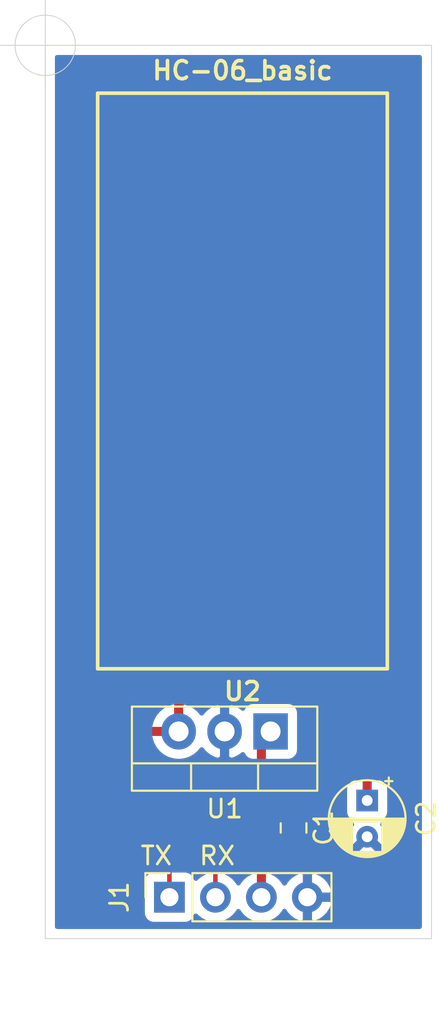
<source format=kicad_pcb>
(kicad_pcb (version 20171130) (host pcbnew "(5.1.0)-1")

  (general
    (thickness 1.6)
    (drawings 6)
    (tracks 28)
    (zones 0)
    (modules 5)
    (nets 8)
  )

  (page A4)
  (layers
    (0 F.Cu signal)
    (31 B.Cu signal)
    (32 B.Adhes user)
    (33 F.Adhes user)
    (34 B.Paste user)
    (35 F.Paste user)
    (36 B.SilkS user)
    (37 F.SilkS user)
    (38 B.Mask user)
    (39 F.Mask user)
    (40 Dwgs.User user)
    (41 Cmts.User user)
    (42 Eco1.User user)
    (43 Eco2.User user)
    (44 Edge.Cuts user)
    (45 Margin user)
    (46 B.CrtYd user)
    (47 F.CrtYd user)
    (48 B.Fab user)
    (49 F.Fab user)
  )

  (setup
    (last_trace_width 0.25)
    (user_trace_width 0.5)
    (trace_clearance 0.2)
    (zone_clearance 0.508)
    (zone_45_only no)
    (trace_min 0.2)
    (via_size 0.8)
    (via_drill 0.4)
    (via_min_size 0.4)
    (via_min_drill 0.3)
    (uvia_size 0.3)
    (uvia_drill 0.1)
    (uvias_allowed no)
    (uvia_min_size 0.2)
    (uvia_min_drill 0.1)
    (edge_width 0.05)
    (segment_width 0.2)
    (pcb_text_width 0.3)
    (pcb_text_size 1.5 1.5)
    (mod_edge_width 0.12)
    (mod_text_size 1 1)
    (mod_text_width 0.15)
    (pad_size 1.524 1.524)
    (pad_drill 0.762)
    (pad_to_mask_clearance 0.051)
    (solder_mask_min_width 0.25)
    (aux_axis_origin 0 0)
    (visible_elements 7FFFFFFF)
    (pcbplotparams
      (layerselection 0x010fc_ffffffff)
      (usegerberextensions false)
      (usegerberattributes false)
      (usegerberadvancedattributes false)
      (creategerberjobfile true)
      (excludeedgelayer true)
      (linewidth 0.100000)
      (plotframeref false)
      (viasonmask false)
      (mode 1)
      (useauxorigin false)
      (hpglpennumber 1)
      (hpglpenspeed 20)
      (hpglpendiameter 15.000000)
      (psnegative false)
      (psa4output false)
      (plotreference true)
      (plotvalue true)
      (plotinvisibletext false)
      (padsonsilk false)
      (subtractmaskfromsilk false)
      (outputformat 1)
      (mirror false)
      (drillshape 0)
      (scaleselection 1)
      (outputdirectory "BT_module_Gerbera/"))
  )

  (net 0 "")
  (net 1 "Net-(C1-Pad1)")
  (net 2 GND)
  (net 3 "Net-(C2-Pad1)")
  (net 4 "Net-(J1-Pad1)")
  (net 5 "Net-(J1-Pad2)")
  (net 6 "Net-(U2-Pad26)")
  (net 7 "Net-(U2-Pad24)")

  (net_class Default "To jest domyślna klasa połączeń."
    (clearance 0.2)
    (trace_width 0.25)
    (via_dia 0.8)
    (via_drill 0.4)
    (uvia_dia 0.3)
    (uvia_drill 0.1)
    (add_net GND)
    (add_net "Net-(C1-Pad1)")
    (add_net "Net-(C2-Pad1)")
    (add_net "Net-(J1-Pad1)")
    (add_net "Net-(J1-Pad2)")
    (add_net "Net-(U2-Pad24)")
    (add_net "Net-(U2-Pad26)")
  )

  (module Capacitor_SMD:C_0805_2012Metric_Pad1.15x1.40mm_HandSolder (layer F.Cu) (tedit 5B36C52B) (tstamp 5CA8211B)
    (at 133.096 93.971 270)
    (descr "Capacitor SMD 0805 (2012 Metric), square (rectangular) end terminal, IPC_7351 nominal with elongated pad for handsoldering. (Body size source: https://docs.google.com/spreadsheets/d/1BsfQQcO9C6DZCsRaXUlFlo91Tg2WpOkGARC1WS5S8t0/edit?usp=sharing), generated with kicad-footprint-generator")
    (tags "capacitor handsolder")
    (path /5CB0E12D)
    (attr smd)
    (fp_text reference C1 (at 0 -1.65 270) (layer F.SilkS)
      (effects (font (size 1 1) (thickness 0.15)))
    )
    (fp_text value 100n (at 0 1.65 270) (layer F.Fab)
      (effects (font (size 1 1) (thickness 0.15)))
    )
    (fp_line (start -1 0.6) (end -1 -0.6) (layer F.Fab) (width 0.1))
    (fp_line (start -1 -0.6) (end 1 -0.6) (layer F.Fab) (width 0.1))
    (fp_line (start 1 -0.6) (end 1 0.6) (layer F.Fab) (width 0.1))
    (fp_line (start 1 0.6) (end -1 0.6) (layer F.Fab) (width 0.1))
    (fp_line (start -0.261252 -0.71) (end 0.261252 -0.71) (layer F.SilkS) (width 0.12))
    (fp_line (start -0.261252 0.71) (end 0.261252 0.71) (layer F.SilkS) (width 0.12))
    (fp_line (start -1.85 0.95) (end -1.85 -0.95) (layer F.CrtYd) (width 0.05))
    (fp_line (start -1.85 -0.95) (end 1.85 -0.95) (layer F.CrtYd) (width 0.05))
    (fp_line (start 1.85 -0.95) (end 1.85 0.95) (layer F.CrtYd) (width 0.05))
    (fp_line (start 1.85 0.95) (end -1.85 0.95) (layer F.CrtYd) (width 0.05))
    (fp_text user %R (at 0 0 270) (layer F.Fab)
      (effects (font (size 0.5 0.5) (thickness 0.08)))
    )
    (pad 1 smd roundrect (at -1.025 0 270) (size 1.15 1.4) (layers F.Cu F.Paste F.Mask) (roundrect_rratio 0.217391)
      (net 1 "Net-(C1-Pad1)"))
    (pad 2 smd roundrect (at 1.025 0 270) (size 1.15 1.4) (layers F.Cu F.Paste F.Mask) (roundrect_rratio 0.217391)
      (net 2 GND))
    (model ${KISYS3DMOD}/Capacitor_SMD.3dshapes/C_0805_2012Metric.wrl
      (at (xyz 0 0 0))
      (scale (xyz 1 1 1))
      (rotate (xyz 0 0 0))
    )
  )

  (module Capacitor_THT:CP_Radial_D4.0mm_P2.00mm (layer F.Cu) (tedit 5AE50EF0) (tstamp 5CA82187)
    (at 137.16 92.456 270)
    (descr "CP, Radial series, Radial, pin pitch=2.00mm, , diameter=4mm, Electrolytic Capacitor")
    (tags "CP Radial series Radial pin pitch 2.00mm  diameter 4mm Electrolytic Capacitor")
    (path /5CB0F3A5)
    (fp_text reference C2 (at 1 -3.25 270) (layer F.SilkS)
      (effects (font (size 1 1) (thickness 0.15)))
    )
    (fp_text value CP (at 1 3.25 270) (layer F.Fab)
      (effects (font (size 1 1) (thickness 0.15)))
    )
    (fp_circle (center 1 0) (end 3 0) (layer F.Fab) (width 0.1))
    (fp_circle (center 1 0) (end 3.12 0) (layer F.SilkS) (width 0.12))
    (fp_circle (center 1 0) (end 3.25 0) (layer F.CrtYd) (width 0.05))
    (fp_line (start -0.702554 -0.8675) (end -0.302554 -0.8675) (layer F.Fab) (width 0.1))
    (fp_line (start -0.502554 -1.0675) (end -0.502554 -0.6675) (layer F.Fab) (width 0.1))
    (fp_line (start 1 -2.08) (end 1 2.08) (layer F.SilkS) (width 0.12))
    (fp_line (start 1.04 -2.08) (end 1.04 2.08) (layer F.SilkS) (width 0.12))
    (fp_line (start 1.08 -2.079) (end 1.08 2.079) (layer F.SilkS) (width 0.12))
    (fp_line (start 1.12 -2.077) (end 1.12 2.077) (layer F.SilkS) (width 0.12))
    (fp_line (start 1.16 -2.074) (end 1.16 2.074) (layer F.SilkS) (width 0.12))
    (fp_line (start 1.2 -2.071) (end 1.2 -0.84) (layer F.SilkS) (width 0.12))
    (fp_line (start 1.2 0.84) (end 1.2 2.071) (layer F.SilkS) (width 0.12))
    (fp_line (start 1.24 -2.067) (end 1.24 -0.84) (layer F.SilkS) (width 0.12))
    (fp_line (start 1.24 0.84) (end 1.24 2.067) (layer F.SilkS) (width 0.12))
    (fp_line (start 1.28 -2.062) (end 1.28 -0.84) (layer F.SilkS) (width 0.12))
    (fp_line (start 1.28 0.84) (end 1.28 2.062) (layer F.SilkS) (width 0.12))
    (fp_line (start 1.32 -2.056) (end 1.32 -0.84) (layer F.SilkS) (width 0.12))
    (fp_line (start 1.32 0.84) (end 1.32 2.056) (layer F.SilkS) (width 0.12))
    (fp_line (start 1.36 -2.05) (end 1.36 -0.84) (layer F.SilkS) (width 0.12))
    (fp_line (start 1.36 0.84) (end 1.36 2.05) (layer F.SilkS) (width 0.12))
    (fp_line (start 1.4 -2.042) (end 1.4 -0.84) (layer F.SilkS) (width 0.12))
    (fp_line (start 1.4 0.84) (end 1.4 2.042) (layer F.SilkS) (width 0.12))
    (fp_line (start 1.44 -2.034) (end 1.44 -0.84) (layer F.SilkS) (width 0.12))
    (fp_line (start 1.44 0.84) (end 1.44 2.034) (layer F.SilkS) (width 0.12))
    (fp_line (start 1.48 -2.025) (end 1.48 -0.84) (layer F.SilkS) (width 0.12))
    (fp_line (start 1.48 0.84) (end 1.48 2.025) (layer F.SilkS) (width 0.12))
    (fp_line (start 1.52 -2.016) (end 1.52 -0.84) (layer F.SilkS) (width 0.12))
    (fp_line (start 1.52 0.84) (end 1.52 2.016) (layer F.SilkS) (width 0.12))
    (fp_line (start 1.56 -2.005) (end 1.56 -0.84) (layer F.SilkS) (width 0.12))
    (fp_line (start 1.56 0.84) (end 1.56 2.005) (layer F.SilkS) (width 0.12))
    (fp_line (start 1.6 -1.994) (end 1.6 -0.84) (layer F.SilkS) (width 0.12))
    (fp_line (start 1.6 0.84) (end 1.6 1.994) (layer F.SilkS) (width 0.12))
    (fp_line (start 1.64 -1.982) (end 1.64 -0.84) (layer F.SilkS) (width 0.12))
    (fp_line (start 1.64 0.84) (end 1.64 1.982) (layer F.SilkS) (width 0.12))
    (fp_line (start 1.68 -1.968) (end 1.68 -0.84) (layer F.SilkS) (width 0.12))
    (fp_line (start 1.68 0.84) (end 1.68 1.968) (layer F.SilkS) (width 0.12))
    (fp_line (start 1.721 -1.954) (end 1.721 -0.84) (layer F.SilkS) (width 0.12))
    (fp_line (start 1.721 0.84) (end 1.721 1.954) (layer F.SilkS) (width 0.12))
    (fp_line (start 1.761 -1.94) (end 1.761 -0.84) (layer F.SilkS) (width 0.12))
    (fp_line (start 1.761 0.84) (end 1.761 1.94) (layer F.SilkS) (width 0.12))
    (fp_line (start 1.801 -1.924) (end 1.801 -0.84) (layer F.SilkS) (width 0.12))
    (fp_line (start 1.801 0.84) (end 1.801 1.924) (layer F.SilkS) (width 0.12))
    (fp_line (start 1.841 -1.907) (end 1.841 -0.84) (layer F.SilkS) (width 0.12))
    (fp_line (start 1.841 0.84) (end 1.841 1.907) (layer F.SilkS) (width 0.12))
    (fp_line (start 1.881 -1.889) (end 1.881 -0.84) (layer F.SilkS) (width 0.12))
    (fp_line (start 1.881 0.84) (end 1.881 1.889) (layer F.SilkS) (width 0.12))
    (fp_line (start 1.921 -1.87) (end 1.921 -0.84) (layer F.SilkS) (width 0.12))
    (fp_line (start 1.921 0.84) (end 1.921 1.87) (layer F.SilkS) (width 0.12))
    (fp_line (start 1.961 -1.851) (end 1.961 -0.84) (layer F.SilkS) (width 0.12))
    (fp_line (start 1.961 0.84) (end 1.961 1.851) (layer F.SilkS) (width 0.12))
    (fp_line (start 2.001 -1.83) (end 2.001 -0.84) (layer F.SilkS) (width 0.12))
    (fp_line (start 2.001 0.84) (end 2.001 1.83) (layer F.SilkS) (width 0.12))
    (fp_line (start 2.041 -1.808) (end 2.041 -0.84) (layer F.SilkS) (width 0.12))
    (fp_line (start 2.041 0.84) (end 2.041 1.808) (layer F.SilkS) (width 0.12))
    (fp_line (start 2.081 -1.785) (end 2.081 -0.84) (layer F.SilkS) (width 0.12))
    (fp_line (start 2.081 0.84) (end 2.081 1.785) (layer F.SilkS) (width 0.12))
    (fp_line (start 2.121 -1.76) (end 2.121 -0.84) (layer F.SilkS) (width 0.12))
    (fp_line (start 2.121 0.84) (end 2.121 1.76) (layer F.SilkS) (width 0.12))
    (fp_line (start 2.161 -1.735) (end 2.161 -0.84) (layer F.SilkS) (width 0.12))
    (fp_line (start 2.161 0.84) (end 2.161 1.735) (layer F.SilkS) (width 0.12))
    (fp_line (start 2.201 -1.708) (end 2.201 -0.84) (layer F.SilkS) (width 0.12))
    (fp_line (start 2.201 0.84) (end 2.201 1.708) (layer F.SilkS) (width 0.12))
    (fp_line (start 2.241 -1.68) (end 2.241 -0.84) (layer F.SilkS) (width 0.12))
    (fp_line (start 2.241 0.84) (end 2.241 1.68) (layer F.SilkS) (width 0.12))
    (fp_line (start 2.281 -1.65) (end 2.281 -0.84) (layer F.SilkS) (width 0.12))
    (fp_line (start 2.281 0.84) (end 2.281 1.65) (layer F.SilkS) (width 0.12))
    (fp_line (start 2.321 -1.619) (end 2.321 -0.84) (layer F.SilkS) (width 0.12))
    (fp_line (start 2.321 0.84) (end 2.321 1.619) (layer F.SilkS) (width 0.12))
    (fp_line (start 2.361 -1.587) (end 2.361 -0.84) (layer F.SilkS) (width 0.12))
    (fp_line (start 2.361 0.84) (end 2.361 1.587) (layer F.SilkS) (width 0.12))
    (fp_line (start 2.401 -1.552) (end 2.401 -0.84) (layer F.SilkS) (width 0.12))
    (fp_line (start 2.401 0.84) (end 2.401 1.552) (layer F.SilkS) (width 0.12))
    (fp_line (start 2.441 -1.516) (end 2.441 -0.84) (layer F.SilkS) (width 0.12))
    (fp_line (start 2.441 0.84) (end 2.441 1.516) (layer F.SilkS) (width 0.12))
    (fp_line (start 2.481 -1.478) (end 2.481 -0.84) (layer F.SilkS) (width 0.12))
    (fp_line (start 2.481 0.84) (end 2.481 1.478) (layer F.SilkS) (width 0.12))
    (fp_line (start 2.521 -1.438) (end 2.521 -0.84) (layer F.SilkS) (width 0.12))
    (fp_line (start 2.521 0.84) (end 2.521 1.438) (layer F.SilkS) (width 0.12))
    (fp_line (start 2.561 -1.396) (end 2.561 -0.84) (layer F.SilkS) (width 0.12))
    (fp_line (start 2.561 0.84) (end 2.561 1.396) (layer F.SilkS) (width 0.12))
    (fp_line (start 2.601 -1.351) (end 2.601 -0.84) (layer F.SilkS) (width 0.12))
    (fp_line (start 2.601 0.84) (end 2.601 1.351) (layer F.SilkS) (width 0.12))
    (fp_line (start 2.641 -1.304) (end 2.641 -0.84) (layer F.SilkS) (width 0.12))
    (fp_line (start 2.641 0.84) (end 2.641 1.304) (layer F.SilkS) (width 0.12))
    (fp_line (start 2.681 -1.254) (end 2.681 -0.84) (layer F.SilkS) (width 0.12))
    (fp_line (start 2.681 0.84) (end 2.681 1.254) (layer F.SilkS) (width 0.12))
    (fp_line (start 2.721 -1.2) (end 2.721 -0.84) (layer F.SilkS) (width 0.12))
    (fp_line (start 2.721 0.84) (end 2.721 1.2) (layer F.SilkS) (width 0.12))
    (fp_line (start 2.761 -1.142) (end 2.761 -0.84) (layer F.SilkS) (width 0.12))
    (fp_line (start 2.761 0.84) (end 2.761 1.142) (layer F.SilkS) (width 0.12))
    (fp_line (start 2.801 -1.08) (end 2.801 -0.84) (layer F.SilkS) (width 0.12))
    (fp_line (start 2.801 0.84) (end 2.801 1.08) (layer F.SilkS) (width 0.12))
    (fp_line (start 2.841 -1.013) (end 2.841 1.013) (layer F.SilkS) (width 0.12))
    (fp_line (start 2.881 -0.94) (end 2.881 0.94) (layer F.SilkS) (width 0.12))
    (fp_line (start 2.921 -0.859) (end 2.921 0.859) (layer F.SilkS) (width 0.12))
    (fp_line (start 2.961 -0.768) (end 2.961 0.768) (layer F.SilkS) (width 0.12))
    (fp_line (start 3.001 -0.664) (end 3.001 0.664) (layer F.SilkS) (width 0.12))
    (fp_line (start 3.041 -0.537) (end 3.041 0.537) (layer F.SilkS) (width 0.12))
    (fp_line (start 3.081 -0.37) (end 3.081 0.37) (layer F.SilkS) (width 0.12))
    (fp_line (start -1.269801 -1.195) (end -0.869801 -1.195) (layer F.SilkS) (width 0.12))
    (fp_line (start -1.069801 -1.395) (end -1.069801 -0.995) (layer F.SilkS) (width 0.12))
    (fp_text user %R (at 1 0 270) (layer F.Fab)
      (effects (font (size 0.8 0.8) (thickness 0.12)))
    )
    (pad 1 thru_hole rect (at 0 0 270) (size 1.2 1.2) (drill 0.6) (layers *.Cu *.Mask)
      (net 3 "Net-(C2-Pad1)"))
    (pad 2 thru_hole circle (at 2 0 270) (size 1.2 1.2) (drill 0.6) (layers *.Cu *.Mask)
      (net 2 GND))
    (model ${KISYS3DMOD}/Capacitor_THT.3dshapes/CP_Radial_D4.0mm_P2.00mm.wrl
      (at (xyz 0 0 0))
      (scale (xyz 1 1 1))
      (rotate (xyz 0 0 0))
    )
  )

  (module Connector_PinSocket_2.54mm:PinSocket_1x04_P2.54mm_Vertical (layer F.Cu) (tedit 5A19A429) (tstamp 5CA8219F)
    (at 126.238 97.79 90)
    (descr "Through hole straight socket strip, 1x04, 2.54mm pitch, single row (from Kicad 4.0.7), script generated")
    (tags "Through hole socket strip THT 1x04 2.54mm single row")
    (path /5CB0CA78)
    (fp_text reference J1 (at 0 -2.77 90) (layer F.SilkS)
      (effects (font (size 1 1) (thickness 0.15)))
    )
    (fp_text value "Goldpin connector" (at 0 10.39 90) (layer F.Fab)
      (effects (font (size 1 1) (thickness 0.15)))
    )
    (fp_line (start -1.27 -1.27) (end 0.635 -1.27) (layer F.Fab) (width 0.1))
    (fp_line (start 0.635 -1.27) (end 1.27 -0.635) (layer F.Fab) (width 0.1))
    (fp_line (start 1.27 -0.635) (end 1.27 8.89) (layer F.Fab) (width 0.1))
    (fp_line (start 1.27 8.89) (end -1.27 8.89) (layer F.Fab) (width 0.1))
    (fp_line (start -1.27 8.89) (end -1.27 -1.27) (layer F.Fab) (width 0.1))
    (fp_line (start -1.33 1.27) (end 1.33 1.27) (layer F.SilkS) (width 0.12))
    (fp_line (start -1.33 1.27) (end -1.33 8.95) (layer F.SilkS) (width 0.12))
    (fp_line (start -1.33 8.95) (end 1.33 8.95) (layer F.SilkS) (width 0.12))
    (fp_line (start 1.33 1.27) (end 1.33 8.95) (layer F.SilkS) (width 0.12))
    (fp_line (start 1.33 -1.33) (end 1.33 0) (layer F.SilkS) (width 0.12))
    (fp_line (start 0 -1.33) (end 1.33 -1.33) (layer F.SilkS) (width 0.12))
    (fp_line (start -1.8 -1.8) (end 1.75 -1.8) (layer F.CrtYd) (width 0.05))
    (fp_line (start 1.75 -1.8) (end 1.75 9.4) (layer F.CrtYd) (width 0.05))
    (fp_line (start 1.75 9.4) (end -1.8 9.4) (layer F.CrtYd) (width 0.05))
    (fp_line (start -1.8 9.4) (end -1.8 -1.8) (layer F.CrtYd) (width 0.05))
    (fp_text user %R (at 0 3.81 180) (layer F.Fab)
      (effects (font (size 1 1) (thickness 0.15)))
    )
    (pad 1 thru_hole rect (at 0 0 90) (size 1.7 1.7) (drill 1) (layers *.Cu *.Mask)
      (net 4 "Net-(J1-Pad1)"))
    (pad 2 thru_hole oval (at 0 2.54 90) (size 1.7 1.7) (drill 1) (layers *.Cu *.Mask)
      (net 5 "Net-(J1-Pad2)"))
    (pad 3 thru_hole oval (at 0 5.08 90) (size 1.7 1.7) (drill 1) (layers *.Cu *.Mask)
      (net 1 "Net-(C1-Pad1)"))
    (pad 4 thru_hole oval (at 0 7.62 90) (size 1.7 1.7) (drill 1) (layers *.Cu *.Mask)
      (net 2 GND))
    (model ${KISYS3DMOD}/Connector_PinSocket_2.54mm.3dshapes/PinSocket_1x04_P2.54mm_Vertical.wrl
      (at (xyz 0 0 0))
      (scale (xyz 1 1 1))
      (rotate (xyz 0 0 0))
    )
  )

  (module Package_TO_SOT_THT:TO-220-3_Vertical (layer F.Cu) (tedit 5AC8BA0D) (tstamp 5CA821B9)
    (at 131.826 88.646 180)
    (descr "TO-220-3, Vertical, RM 2.54mm, see https://www.vishay.com/docs/66542/to-220-1.pdf")
    (tags "TO-220-3 Vertical RM 2.54mm")
    (path /5CB0AE99)
    (fp_text reference U1 (at 2.54 -4.27 180) (layer F.SilkS)
      (effects (font (size 1 1) (thickness 0.15)))
    )
    (fp_text value LF33_TO220 (at 2.54 2.5 180) (layer F.Fab)
      (effects (font (size 1 1) (thickness 0.15)))
    )
    (fp_line (start -2.46 -3.15) (end -2.46 1.25) (layer F.Fab) (width 0.1))
    (fp_line (start -2.46 1.25) (end 7.54 1.25) (layer F.Fab) (width 0.1))
    (fp_line (start 7.54 1.25) (end 7.54 -3.15) (layer F.Fab) (width 0.1))
    (fp_line (start 7.54 -3.15) (end -2.46 -3.15) (layer F.Fab) (width 0.1))
    (fp_line (start -2.46 -1.88) (end 7.54 -1.88) (layer F.Fab) (width 0.1))
    (fp_line (start 0.69 -3.15) (end 0.69 -1.88) (layer F.Fab) (width 0.1))
    (fp_line (start 4.39 -3.15) (end 4.39 -1.88) (layer F.Fab) (width 0.1))
    (fp_line (start -2.58 -3.27) (end 7.66 -3.27) (layer F.SilkS) (width 0.12))
    (fp_line (start -2.58 1.371) (end 7.66 1.371) (layer F.SilkS) (width 0.12))
    (fp_line (start -2.58 -3.27) (end -2.58 1.371) (layer F.SilkS) (width 0.12))
    (fp_line (start 7.66 -3.27) (end 7.66 1.371) (layer F.SilkS) (width 0.12))
    (fp_line (start -2.58 -1.76) (end 7.66 -1.76) (layer F.SilkS) (width 0.12))
    (fp_line (start 0.69 -3.27) (end 0.69 -1.76) (layer F.SilkS) (width 0.12))
    (fp_line (start 4.391 -3.27) (end 4.391 -1.76) (layer F.SilkS) (width 0.12))
    (fp_line (start -2.71 -3.4) (end -2.71 1.51) (layer F.CrtYd) (width 0.05))
    (fp_line (start -2.71 1.51) (end 7.79 1.51) (layer F.CrtYd) (width 0.05))
    (fp_line (start 7.79 1.51) (end 7.79 -3.4) (layer F.CrtYd) (width 0.05))
    (fp_line (start 7.79 -3.4) (end -2.71 -3.4) (layer F.CrtYd) (width 0.05))
    (fp_text user %R (at 2.54 -4.27 180) (layer F.Fab)
      (effects (font (size 1 1) (thickness 0.15)))
    )
    (pad 1 thru_hole rect (at 0 0 180) (size 1.905 2) (drill 1.1) (layers *.Cu *.Mask)
      (net 1 "Net-(C1-Pad1)"))
    (pad 2 thru_hole oval (at 2.54 0 180) (size 1.905 2) (drill 1.1) (layers *.Cu *.Mask)
      (net 2 GND))
    (pad 3 thru_hole oval (at 5.08 0 180) (size 1.905 2) (drill 1.1) (layers *.Cu *.Mask)
      (net 3 "Net-(C2-Pad1)"))
    (model ${KISYS3DMOD}/Package_TO_SOT_THT.3dshapes/TO-220-3_Vertical.wrl
      (at (xyz 0 0 0))
      (scale (xyz 1 1 1))
      (rotate (xyz 0 0 0))
    )
  )

  (module My_Footprints:HC-05 (layer F.Cu) (tedit 5CA79EF3) (tstamp 5CA821EA)
    (at 130.274001 70.440001)
    (tags "HC-05, bluetooth")
    (path /5CB0A896)
    (fp_text reference U2 (at 0 16) (layer F.SilkS)
      (effects (font (size 1 1) (thickness 0.2)))
    )
    (fp_text value HC-06_basic (at 0 -18.25) (layer F.SilkS)
      (effects (font (size 1 1) (thickness 0.2)))
    )
    (fp_line (start 8 14.75) (end -8 14.75) (layer F.SilkS) (width 0.2))
    (fp_line (start 8 -17) (end 8 14.75) (layer F.SilkS) (width 0.2))
    (fp_line (start -8 -17) (end 8 -17) (layer F.SilkS) (width 0.2))
    (fp_line (start -8 14.75) (end -8 -17) (layer F.SilkS) (width 0.2))
    (fp_line (start 7 -16.25) (end -7 -16.25) (layer Dwgs.User) (width 0.2))
    (fp_line (start -7 13.25) (end -7 12.5) (layer Dwgs.User) (width 0.2))
    (fp_line (start -7 13.25) (end -6.25 13.25) (layer Dwgs.User) (width 0.2))
    (fp_line (start 7 13.25) (end 7 12.5) (layer Dwgs.User) (width 0.2))
    (fp_line (start 7 13.25) (end 6.25 13.25) (layer Dwgs.User) (width 0.2))
    (fp_line (start -7 -7.5) (end -7 -16.25) (layer Dwgs.User) (width 0.2))
    (fp_line (start 7 -16.25) (end 7 -7.5) (layer Dwgs.User) (width 0.2))
    (pad 34 smd rect (at 6.5 -6.5) (size 2 1) (layers F.Cu F.Paste F.Mask))
    (pad 33 smd rect (at 6.5 -5) (size 2 1) (layers F.Cu F.Paste F.Mask))
    (pad 32 smd rect (at 6.5 -3.5) (size 2 1) (layers F.Cu F.Paste F.Mask))
    (pad 31 smd rect (at 6.5 -2) (size 2 1) (layers F.Cu F.Paste F.Mask))
    (pad 30 smd rect (at 6.5 -0.5) (size 2 1) (layers F.Cu F.Paste F.Mask))
    (pad 29 smd rect (at 6.5 1) (size 2 1) (layers F.Cu F.Paste F.Mask))
    (pad 28 smd rect (at 6.5 2.5) (size 2 1) (layers F.Cu F.Paste F.Mask))
    (pad 27 smd rect (at 6.5 4) (size 2 1) (layers F.Cu F.Paste F.Mask))
    (pad 26 smd rect (at 6.5 5.5) (size 2 1) (layers F.Cu F.Paste F.Mask)
      (net 6 "Net-(U2-Pad26)"))
    (pad 25 smd rect (at 6.5 7) (size 2 1) (layers F.Cu F.Paste F.Mask))
    (pad 24 smd rect (at 6.5 8.5) (size 2 1) (layers F.Cu F.Paste F.Mask)
      (net 7 "Net-(U2-Pad24)"))
    (pad 23 smd rect (at 6.5 10) (size 2 1) (layers F.Cu F.Paste F.Mask))
    (pad 22 smd rect (at 6.5 11.5) (size 2 1) (layers F.Cu F.Paste F.Mask))
    (pad 13 smd rect (at -6.5 11.5 90) (size 1 2) (layers F.Cu F.Paste F.Mask)
      (net 2 GND))
    (pad 12 smd rect (at -6.5 10 90) (size 1 2) (layers F.Cu F.Paste F.Mask)
      (net 3 "Net-(C2-Pad1)"))
    (pad 11 smd rect (at -6.5 8.5 90) (size 1 2) (layers F.Cu F.Paste F.Mask))
    (pad 10 smd rect (at -6.5 7 90) (size 1 2) (layers F.Cu F.Paste F.Mask))
    (pad 9 smd rect (at -6.5 5.5 90) (size 1 2) (layers F.Cu F.Paste F.Mask))
    (pad 8 smd rect (at -6.5 4 90) (size 1 2) (layers F.Cu F.Paste F.Mask))
    (pad 7 smd rect (at -6.5 2.5 90) (size 1 2) (layers F.Cu F.Paste F.Mask))
    (pad 6 smd rect (at -6.5 1 90) (size 1 2) (layers F.Cu F.Paste F.Mask))
    (pad 5 smd rect (at -6.5 -0.5 90) (size 1 2) (layers F.Cu F.Paste F.Mask))
    (pad 4 smd rect (at -6.5 -2 90) (size 1 2) (layers F.Cu F.Paste F.Mask))
    (pad 3 smd rect (at -6.5 -3.5 90) (size 1 2) (layers F.Cu F.Paste F.Mask))
    (pad 2 smd rect (at -6.5 -5 90) (size 1 2) (layers F.Cu F.Paste F.Mask)
      (net 5 "Net-(J1-Pad2)"))
    (pad 1 smd rect (at -6.5 -6.5 90) (size 1 2) (layers F.Cu F.Paste F.Mask)
      (net 4 "Net-(J1-Pad1)"))
    (pad 21 smd rect (at 5.25 13.25) (size 1 1.8) (layers F.Cu F.Paste F.Mask))
    (pad 20 smd rect (at 3.75 13.25) (size 1 1.8) (layers F.Cu F.Paste F.Mask))
    (pad 19 smd rect (at 2.25 13.25) (size 1 1.8) (layers F.Cu F.Paste F.Mask))
    (pad 18 smd rect (at 0.75 13.25) (size 1 1.8) (layers F.Cu F.Paste F.Mask))
    (pad 17 smd rect (at -0.75 13.25) (size 1 1.8) (layers F.Cu F.Paste F.Mask))
    (pad 16 smd rect (at -2.25 13.25) (size 1 1.8) (layers F.Cu F.Paste F.Mask))
    (pad 15 smd rect (at -3.75 13.25) (size 1 1.8) (layers F.Cu F.Paste F.Mask))
    (pad 14 smd rect (at -5.25 13.25) (size 1 1.8) (layers F.Cu F.Paste F.Mask))
  )

  (gr_text "TX  RX" (at 127.254 95.504) (layer F.SilkS)
    (effects (font (size 1 1) (thickness 0.15)))
  )
  (target plus (at 119.38 50.8) (size 5) (width 0.05) (layer Edge.Cuts))
  (gr_line (start 140.716 50.8) (end 119.38 50.8) (layer Edge.Cuts) (width 0.05) (tstamp 5CA829EB))
  (gr_line (start 140.716 100.076) (end 140.716 50.8) (layer Edge.Cuts) (width 0.05))
  (gr_line (start 119.38 100.076) (end 140.716 100.076) (layer Edge.Cuts) (width 0.05))
  (gr_line (start 119.38 50.8) (end 119.38 100.076) (layer Edge.Cuts) (width 0.05))

  (segment (start 131.318 93.98) (end 131.318 97.79) (width 0.5) (layer F.Cu) (net 1))
  (segment (start 131.826 88.646) (end 131.318 89.154) (width 0.5) (layer F.Cu) (net 1))
  (segment (start 131.336 92.946) (end 131.318 92.964) (width 0.5) (layer F.Cu) (net 1))
  (segment (start 133.096 92.946) (end 131.336 92.946) (width 0.5) (layer F.Cu) (net 1))
  (segment (start 131.318 89.154) (end 131.318 92.964) (width 0.5) (layer F.Cu) (net 1))
  (segment (start 131.318 92.964) (end 131.318 93.98) (width 0.5) (layer F.Cu) (net 1))
  (segment (start 126.746 87.122) (end 126.746 88.646) (width 0.5) (layer F.Cu) (net 3))
  (segment (start 127.508 86.36) (end 126.746 87.122) (width 0.5) (layer F.Cu) (net 3))
  (segment (start 136.652 86.36) (end 127.508 86.36) (width 0.5) (layer F.Cu) (net 3))
  (segment (start 137.16 92.456) (end 137.16 86.868) (width 0.5) (layer F.Cu) (net 3))
  (segment (start 137.16 86.868) (end 136.652 86.36) (width 0.5) (layer F.Cu) (net 3))
  (segment (start 126.746 88.646) (end 124.206 88.646) (width 0.5) (layer F.Cu) (net 3))
  (segment (start 124.206 88.646) (end 121.158 85.598) (width 0.5) (layer F.Cu) (net 3))
  (segment (start 121.158 85.598) (end 121.158 81.026) (width 0.5) (layer F.Cu) (net 3))
  (segment (start 121.743999 80.440001) (end 123.774001 80.440001) (width 0.5) (layer F.Cu) (net 3))
  (segment (start 121.158 81.026) (end 121.743999 80.440001) (width 0.5) (layer F.Cu) (net 3))
  (segment (start 120.13298 66.331022) (end 120.13298 90.16098) (width 0.25) (layer F.Cu) (net 4))
  (segment (start 123.774001 63.940001) (end 122.524001 63.940001) (width 0.25) (layer F.Cu) (net 4))
  (segment (start 122.524001 63.940001) (end 120.13298 66.331022) (width 0.25) (layer F.Cu) (net 4))
  (segment (start 126.238 96.266) (end 126.238 97.79) (width 0.25) (layer F.Cu) (net 4))
  (segment (start 120.13298 90.16098) (end 126.238 96.266) (width 0.25) (layer F.Cu) (net 4))
  (segment (start 120.58299 68.04601) (end 120.58299 89.59499) (width 0.25) (layer F.Cu) (net 5))
  (segment (start 123.774001 65.440001) (end 123.188999 65.440001) (width 0.25) (layer F.Cu) (net 5))
  (segment (start 123.188999 65.440001) (end 120.58299 68.04601) (width 0.25) (layer F.Cu) (net 5))
  (segment (start 120.58299 89.59499) (end 124.206 93.218) (width 0.25) (layer F.Cu) (net 5))
  (segment (start 124.206 93.218) (end 127 93.218) (width 0.25) (layer F.Cu) (net 5))
  (segment (start 128.778 94.996) (end 128.778 97.79) (width 0.25) (layer F.Cu) (net 5))
  (segment (start 127 93.218) (end 128.778 94.996) (width 0.25) (layer F.Cu) (net 5))

  (zone (net 2) (net_name GND) (layer F.Cu) (tstamp 5CA82AA8) (hatch edge 0.508)
    (connect_pads (clearance 0.508))
    (min_thickness 0.254)
    (fill yes (arc_segments 32) (thermal_gap 0.508) (thermal_bridge_width 0.508))
    (polygon
      (pts
        (xy 119.38 50.8) (xy 140.716 50.8) (xy 140.716 100.076) (xy 119.38 100.076)
      )
    )
    (filled_polygon
      (pts
        (xy 140.056 99.416) (xy 120.04 99.416) (xy 120.04 91.142801) (xy 125.223519 96.326321) (xy 125.14382 96.350498)
        (xy 125.033506 96.409463) (xy 124.936815 96.488815) (xy 124.857463 96.585506) (xy 124.798498 96.69582) (xy 124.762188 96.815518)
        (xy 124.749928 96.94) (xy 124.749928 98.64) (xy 124.762188 98.764482) (xy 124.798498 98.88418) (xy 124.857463 98.994494)
        (xy 124.936815 99.091185) (xy 125.033506 99.170537) (xy 125.14382 99.229502) (xy 125.263518 99.265812) (xy 125.388 99.278072)
        (xy 127.088 99.278072) (xy 127.212482 99.265812) (xy 127.33218 99.229502) (xy 127.442494 99.170537) (xy 127.539185 99.091185)
        (xy 127.618537 98.994494) (xy 127.677502 98.88418) (xy 127.698393 98.815313) (xy 127.722866 98.845134) (xy 127.948986 99.030706)
        (xy 128.206966 99.168599) (xy 128.486889 99.253513) (xy 128.70505 99.275) (xy 128.85095 99.275) (xy 129.069111 99.253513)
        (xy 129.349034 99.168599) (xy 129.607014 99.030706) (xy 129.833134 98.845134) (xy 130.018706 98.619014) (xy 130.048 98.564209)
        (xy 130.077294 98.619014) (xy 130.262866 98.845134) (xy 130.488986 99.030706) (xy 130.746966 99.168599) (xy 131.026889 99.253513)
        (xy 131.24505 99.275) (xy 131.39095 99.275) (xy 131.609111 99.253513) (xy 131.889034 99.168599) (xy 132.147014 99.030706)
        (xy 132.373134 98.845134) (xy 132.558706 98.619014) (xy 132.593201 98.554477) (xy 132.662822 98.671355) (xy 132.857731 98.887588)
        (xy 133.09108 99.061641) (xy 133.353901 99.186825) (xy 133.50111 99.231476) (xy 133.731 99.110155) (xy 133.731 97.917)
        (xy 133.985 97.917) (xy 133.985 99.110155) (xy 134.21489 99.231476) (xy 134.362099 99.186825) (xy 134.62492 99.061641)
        (xy 134.858269 98.887588) (xy 135.053178 98.671355) (xy 135.202157 98.421252) (xy 135.299481 98.146891) (xy 135.178814 97.917)
        (xy 133.985 97.917) (xy 133.731 97.917) (xy 133.711 97.917) (xy 133.711 97.663) (xy 133.731 97.663)
        (xy 133.731 96.469845) (xy 133.985 96.469845) (xy 133.985 97.663) (xy 135.178814 97.663) (xy 135.299481 97.433109)
        (xy 135.202157 97.158748) (xy 135.053178 96.908645) (xy 134.858269 96.692412) (xy 134.62492 96.518359) (xy 134.362099 96.393175)
        (xy 134.21489 96.348524) (xy 133.985 96.469845) (xy 133.731 96.469845) (xy 133.50111 96.348524) (xy 133.353901 96.393175)
        (xy 133.09108 96.518359) (xy 132.857731 96.692412) (xy 132.662822 96.908645) (xy 132.593201 97.025523) (xy 132.558706 96.960986)
        (xy 132.373134 96.734866) (xy 132.203 96.595241) (xy 132.203 96.176027) (xy 132.271518 96.196812) (xy 132.396 96.209072)
        (xy 132.81025 96.206) (xy 132.969 96.04725) (xy 132.969 95.123) (xy 133.223 95.123) (xy 133.223 96.04725)
        (xy 133.38175 96.206) (xy 133.796 96.209072) (xy 133.920482 96.196812) (xy 134.04018 96.160502) (xy 134.150494 96.101537)
        (xy 134.247185 96.022185) (xy 134.326537 95.925494) (xy 134.385502 95.81518) (xy 134.421812 95.695482) (xy 134.434072 95.571)
        (xy 134.431256 95.305764) (xy 136.489841 95.305764) (xy 136.537148 95.529348) (xy 136.758516 95.630237) (xy 136.995313 95.686)
        (xy 137.238438 95.694495) (xy 137.478549 95.655395) (xy 137.706418 95.570202) (xy 137.782852 95.529348) (xy 137.830159 95.305764)
        (xy 137.16 94.635605) (xy 136.489841 95.305764) (xy 134.431256 95.305764) (xy 134.431 95.28175) (xy 134.27225 95.123)
        (xy 133.223 95.123) (xy 132.969 95.123) (xy 132.949 95.123) (xy 132.949 94.869) (xy 132.969 94.869)
        (xy 132.969 94.849) (xy 133.223 94.849) (xy 133.223 94.869) (xy 134.27225 94.869) (xy 134.431 94.71025)
        (xy 134.434072 94.421) (xy 134.421812 94.296518) (xy 134.385502 94.17682) (xy 134.326537 94.066506) (xy 134.247185 93.969815)
        (xy 134.167406 93.904342) (xy 134.173962 93.898962) (xy 134.284405 93.764387) (xy 134.366472 93.610851) (xy 134.417008 93.444255)
        (xy 134.434072 93.271001) (xy 134.434072 92.620999) (xy 134.417008 92.447745) (xy 134.366472 92.281149) (xy 134.284405 92.127613)
        (xy 134.173962 91.993038) (xy 134.039387 91.882595) (xy 133.885851 91.800528) (xy 133.719255 91.749992) (xy 133.546001 91.732928)
        (xy 132.645999 91.732928) (xy 132.472745 91.749992) (xy 132.306149 91.800528) (xy 132.203 91.855662) (xy 132.203 90.284072)
        (xy 132.7785 90.284072) (xy 132.902982 90.271812) (xy 133.02268 90.235502) (xy 133.132994 90.176537) (xy 133.229685 90.097185)
        (xy 133.309037 90.000494) (xy 133.368002 89.89018) (xy 133.404312 89.770482) (xy 133.416572 89.646) (xy 133.416572 87.646)
        (xy 133.404312 87.521518) (xy 133.368002 87.40182) (xy 133.309037 87.291506) (xy 133.270871 87.245) (xy 136.275001 87.245)
        (xy 136.275 91.288317) (xy 136.205506 91.325463) (xy 136.108815 91.404815) (xy 136.029463 91.501506) (xy 135.970498 91.61182)
        (xy 135.934188 91.731518) (xy 135.921928 91.856) (xy 135.921928 93.056) (xy 135.934188 93.180482) (xy 135.970498 93.30018)
        (xy 136.029463 93.410494) (xy 136.108815 93.507185) (xy 136.205506 93.586537) (xy 136.251006 93.610858) (xy 136.193128 93.668736)
        (xy 136.310234 93.785842) (xy 136.086652 93.833148) (xy 135.985763 94.054516) (xy 135.93 94.291313) (xy 135.921505 94.534438)
        (xy 135.960605 94.774549) (xy 136.045798 95.002418) (xy 136.086652 95.078852) (xy 136.310236 95.126159) (xy 136.980395 94.456)
        (xy 136.966253 94.441858) (xy 137.145858 94.262253) (xy 137.16 94.276395) (xy 137.174143 94.262253) (xy 137.353748 94.441858)
        (xy 137.339605 94.456) (xy 138.009764 95.126159) (xy 138.233348 95.078852) (xy 138.334237 94.857484) (xy 138.39 94.620687)
        (xy 138.398495 94.377562) (xy 138.359395 94.137451) (xy 138.274202 93.909582) (xy 138.233348 93.833148) (xy 138.009766 93.785842)
        (xy 138.126872 93.668736) (xy 138.068994 93.610858) (xy 138.114494 93.586537) (xy 138.211185 93.507185) (xy 138.290537 93.410494)
        (xy 138.349502 93.30018) (xy 138.385812 93.180482) (xy 138.398072 93.056) (xy 138.398072 91.856) (xy 138.385812 91.731518)
        (xy 138.349502 91.61182) (xy 138.290537 91.501506) (xy 138.211185 91.404815) (xy 138.114494 91.325463) (xy 138.045 91.288317)
        (xy 138.045 86.911465) (xy 138.049281 86.867999) (xy 138.045 86.824533) (xy 138.045 86.824523) (xy 138.032195 86.69451)
        (xy 137.981589 86.527687) (xy 137.899411 86.373941) (xy 137.788817 86.239183) (xy 137.755044 86.211466) (xy 137.308534 85.764956)
        (xy 137.280817 85.731183) (xy 137.146059 85.620589) (xy 136.992313 85.538411) (xy 136.82549 85.487805) (xy 136.695477 85.475)
        (xy 136.695469 85.475) (xy 136.652 85.470719) (xy 136.608531 85.475) (xy 127.551469 85.475) (xy 127.508 85.470719)
        (xy 127.464531 85.475) (xy 127.464523 85.475) (xy 127.33451 85.487805) (xy 127.167687 85.538411) (xy 127.056203 85.598)
        (xy 127.013941 85.620589) (xy 126.912953 85.703468) (xy 126.912951 85.70347) (xy 126.879183 85.731183) (xy 126.85147 85.764951)
        (xy 126.150956 86.465466) (xy 126.117183 86.493183) (xy 126.006589 86.627942) (xy 125.924411 86.781688) (xy 125.873805 86.948511)
        (xy 125.861 87.078524) (xy 125.861 87.078531) (xy 125.856719 87.122) (xy 125.861 87.16547) (xy 125.861 87.271495)
        (xy 125.859766 87.272155) (xy 125.618037 87.470537) (xy 125.419655 87.712265) (xy 125.393606 87.761) (xy 124.572579 87.761)
        (xy 122.043 85.231422) (xy 122.043 82.440001) (xy 122.135929 82.440001) (xy 122.148189 82.564483) (xy 122.184499 82.684181)
        (xy 122.243464 82.794495) (xy 122.322816 82.891186) (xy 122.419507 82.970538) (xy 122.529821 83.029503) (xy 122.649519 83.065813)
        (xy 122.774001 83.078073) (xy 123.488251 83.075001) (xy 123.647001 82.916251) (xy 123.647001 82.790001) (xy 123.885929 82.790001)
        (xy 123.885929 84.590001) (xy 123.898189 84.714483) (xy 123.934499 84.834181) (xy 123.993464 84.944495) (xy 124.072816 85.041186)
        (xy 124.169507 85.120538) (xy 124.279821 85.179503) (xy 124.399519 85.215813) (xy 124.524001 85.228073) (xy 125.524001 85.228073)
        (xy 125.648483 85.215813) (xy 125.768181 85.179503) (xy 125.774001 85.176392) (xy 125.779821 85.179503) (xy 125.899519 85.215813)
        (xy 126.024001 85.228073) (xy 127.024001 85.228073) (xy 127.148483 85.215813) (xy 127.268181 85.179503) (xy 127.274001 85.176392)
        (xy 127.279821 85.179503) (xy 127.399519 85.215813) (xy 127.524001 85.228073) (xy 128.524001 85.228073) (xy 128.648483 85.215813)
        (xy 128.768181 85.179503) (xy 128.774001 85.176392) (xy 128.779821 85.179503) (xy 128.899519 85.215813) (xy 129.024001 85.228073)
        (xy 130.024001 85.228073) (xy 130.148483 85.215813) (xy 130.268181 85.179503) (xy 130.274001 85.176392) (xy 130.279821 85.179503)
        (xy 130.399519 85.215813) (xy 130.524001 85.228073) (xy 131.524001 85.228073) (xy 131.648483 85.215813) (xy 131.768181 85.179503)
        (xy 131.774001 85.176392) (xy 131.779821 85.179503) (xy 131.899519 85.215813) (xy 132.024001 85.228073) (xy 133.024001 85.228073)
        (xy 133.148483 85.215813) (xy 133.268181 85.179503) (xy 133.274001 85.176392) (xy 133.279821 85.179503) (xy 133.399519 85.215813)
        (xy 133.524001 85.228073) (xy 134.524001 85.228073) (xy 134.648483 85.215813) (xy 134.768181 85.179503) (xy 134.774001 85.176392)
        (xy 134.779821 85.179503) (xy 134.899519 85.215813) (xy 135.024001 85.228073) (xy 136.024001 85.228073) (xy 136.148483 85.215813)
        (xy 136.268181 85.179503) (xy 136.378495 85.120538) (xy 136.475186 85.041186) (xy 136.554538 84.944495) (xy 136.613503 84.834181)
        (xy 136.649813 84.714483) (xy 136.662073 84.590001) (xy 136.662073 83.078073) (xy 137.774001 83.078073) (xy 137.898483 83.065813)
        (xy 138.018181 83.029503) (xy 138.128495 82.970538) (xy 138.225186 82.891186) (xy 138.304538 82.794495) (xy 138.363503 82.684181)
        (xy 138.399813 82.564483) (xy 138.412073 82.440001) (xy 138.412073 81.440001) (xy 138.399813 81.315519) (xy 138.363503 81.195821)
        (xy 138.360392 81.190001) (xy 138.363503 81.184181) (xy 138.399813 81.064483) (xy 138.412073 80.940001) (xy 138.412073 79.940001)
        (xy 138.399813 79.815519) (xy 138.363503 79.695821) (xy 138.360392 79.690001) (xy 138.363503 79.684181) (xy 138.399813 79.564483)
        (xy 138.412073 79.440001) (xy 138.412073 78.440001) (xy 138.399813 78.315519) (xy 138.363503 78.195821) (xy 138.360392 78.190001)
        (xy 138.363503 78.184181) (xy 138.399813 78.064483) (xy 138.412073 77.940001) (xy 138.412073 76.940001) (xy 138.399813 76.815519)
        (xy 138.363503 76.695821) (xy 138.360392 76.690001) (xy 138.363503 76.684181) (xy 138.399813 76.564483) (xy 138.412073 76.440001)
        (xy 138.412073 75.440001) (xy 138.399813 75.315519) (xy 138.363503 75.195821) (xy 138.360392 75.190001) (xy 138.363503 75.184181)
        (xy 138.399813 75.064483) (xy 138.412073 74.940001) (xy 138.412073 73.940001) (xy 138.399813 73.815519) (xy 138.363503 73.695821)
        (xy 138.360392 73.690001) (xy 138.363503 73.684181) (xy 138.399813 73.564483) (xy 138.412073 73.440001) (xy 138.412073 72.440001)
        (xy 138.399813 72.315519) (xy 138.363503 72.195821) (xy 138.360392 72.190001) (xy 138.363503 72.184181) (xy 138.399813 72.064483)
        (xy 138.412073 71.940001) (xy 138.412073 70.940001) (xy 138.399813 70.815519) (xy 138.363503 70.695821) (xy 138.360392 70.690001)
        (xy 138.363503 70.684181) (xy 138.399813 70.564483) (xy 138.412073 70.440001) (xy 138.412073 69.440001) (xy 138.399813 69.315519)
        (xy 138.363503 69.195821) (xy 138.360392 69.190001) (xy 138.363503 69.184181) (xy 138.399813 69.064483) (xy 138.412073 68.940001)
        (xy 138.412073 67.940001) (xy 138.399813 67.815519) (xy 138.363503 67.695821) (xy 138.360392 67.690001) (xy 138.363503 67.684181)
        (xy 138.399813 67.564483) (xy 138.412073 67.440001) (xy 138.412073 66.440001) (xy 138.399813 66.315519) (xy 138.363503 66.195821)
        (xy 138.360392 66.190001) (xy 138.363503 66.184181) (xy 138.399813 66.064483) (xy 138.412073 65.940001) (xy 138.412073 64.940001)
        (xy 138.399813 64.815519) (xy 138.363503 64.695821) (xy 138.360392 64.690001) (xy 138.363503 64.684181) (xy 138.399813 64.564483)
        (xy 138.412073 64.440001) (xy 138.412073 63.440001) (xy 138.399813 63.315519) (xy 138.363503 63.195821) (xy 138.304538 63.085507)
        (xy 138.225186 62.988816) (xy 138.128495 62.909464) (xy 138.018181 62.850499) (xy 137.898483 62.814189) (xy 137.774001 62.801929)
        (xy 135.774001 62.801929) (xy 135.649519 62.814189) (xy 135.529821 62.850499) (xy 135.419507 62.909464) (xy 135.322816 62.988816)
        (xy 135.243464 63.085507) (xy 135.184499 63.195821) (xy 135.148189 63.315519) (xy 135.135929 63.440001) (xy 135.135929 64.440001)
        (xy 135.148189 64.564483) (xy 135.184499 64.684181) (xy 135.18761 64.690001) (xy 135.184499 64.695821) (xy 135.148189 64.815519)
        (xy 135.135929 64.940001) (xy 135.135929 65.940001) (xy 135.148189 66.064483) (xy 135.184499 66.184181) (xy 135.18761 66.190001)
        (xy 135.184499 66.195821) (xy 135.148189 66.315519) (xy 135.135929 66.440001) (xy 135.135929 67.440001) (xy 135.148189 67.564483)
        (xy 135.184499 67.684181) (xy 135.18761 67.690001) (xy 135.184499 67.695821) (xy 135.148189 67.815519) (xy 135.135929 67.940001)
        (xy 135.135929 68.940001) (xy 135.148189 69.064483) (xy 135.184499 69.184181) (xy 135.18761 69.190001) (xy 135.184499 69.195821)
        (xy 135.148189 69.315519) (xy 135.135929 69.440001) (xy 135.135929 70.440001) (xy 135.148189 70.564483) (xy 135.184499 70.684181)
        (xy 135.18761 70.690001) (xy 135.184499 70.695821) (xy 135.148189 70.815519) (xy 135.135929 70.940001) (xy 135.135929 71.940001)
        (xy 135.148189 72.064483) (xy 135.184499 72.184181) (xy 135.18761 72.190001) (xy 135.184499 72.195821) (xy 135.148189 72.315519)
        (xy 135.135929 72.440001) (xy 135.135929 73.440001) (xy 135.148189 73.564483) (xy 135.184499 73.684181) (xy 135.18761 73.690001)
        (xy 135.184499 73.695821) (xy 135.148189 73.815519) (xy 135.135929 73.940001) (xy 135.135929 74.940001) (xy 135.148189 75.064483)
        (xy 135.184499 75.184181) (xy 135.18761 75.190001) (xy 135.184499 75.195821) (xy 135.148189 75.315519) (xy 135.135929 75.440001)
        (xy 135.135929 76.440001) (xy 135.148189 76.564483) (xy 135.184499 76.684181) (xy 135.18761 76.690001) (xy 135.184499 76.695821)
        (xy 135.148189 76.815519) (xy 135.135929 76.940001) (xy 135.135929 77.940001) (xy 135.148189 78.064483) (xy 135.184499 78.184181)
        (xy 135.18761 78.190001) (xy 135.184499 78.195821) (xy 135.148189 78.315519) (xy 135.135929 78.440001) (xy 135.135929 79.440001)
        (xy 135.148189 79.564483) (xy 135.184499 79.684181) (xy 135.18761 79.690001) (xy 135.184499 79.695821) (xy 135.148189 79.815519)
        (xy 135.135929 79.940001) (xy 135.135929 80.940001) (xy 135.148189 81.064483) (xy 135.184499 81.184181) (xy 135.18761 81.190001)
        (xy 135.184499 81.195821) (xy 135.148189 81.315519) (xy 135.135929 81.440001) (xy 135.135929 82.151929) (xy 135.024001 82.151929)
        (xy 134.899519 82.164189) (xy 134.779821 82.200499) (xy 134.774001 82.20361) (xy 134.768181 82.200499) (xy 134.648483 82.164189)
        (xy 134.524001 82.151929) (xy 133.524001 82.151929) (xy 133.399519 82.164189) (xy 133.279821 82.200499) (xy 133.274001 82.20361)
        (xy 133.268181 82.200499) (xy 133.148483 82.164189) (xy 133.024001 82.151929) (xy 132.024001 82.151929) (xy 131.899519 82.164189)
        (xy 131.779821 82.200499) (xy 131.774001 82.20361) (xy 131.768181 82.200499) (xy 131.648483 82.164189) (xy 131.524001 82.151929)
        (xy 130.524001 82.151929) (xy 130.399519 82.164189) (xy 130.279821 82.200499) (xy 130.274001 82.20361) (xy 130.268181 82.200499)
        (xy 130.148483 82.164189) (xy 130.024001 82.151929) (xy 129.024001 82.151929) (xy 128.899519 82.164189) (xy 128.779821 82.200499)
        (xy 128.774001 82.20361) (xy 128.768181 82.200499) (xy 128.648483 82.164189) (xy 128.524001 82.151929) (xy 127.524001 82.151929)
        (xy 127.399519 82.164189) (xy 127.279821 82.200499) (xy 127.274001 82.20361) (xy 127.268181 82.200499) (xy 127.148483 82.164189)
        (xy 127.024001 82.151929) (xy 126.024001 82.151929) (xy 125.899519 82.164189) (xy 125.779821 82.200499) (xy 125.774001 82.20361)
        (xy 125.768181 82.200499) (xy 125.648483 82.164189) (xy 125.524001 82.151929) (xy 125.335179 82.151929) (xy 125.250251 82.067001)
        (xy 123.901001 82.067001) (xy 123.901001 82.656249) (xy 123.898189 82.665519) (xy 123.885929 82.790001) (xy 123.647001 82.790001)
        (xy 123.647001 82.067001) (xy 122.297751 82.067001) (xy 122.139001 82.225751) (xy 122.135929 82.440001) (xy 122.043 82.440001)
        (xy 122.043 81.392578) (xy 122.110577 81.325001) (xy 122.147255 81.325001) (xy 122.135929 81.440001) (xy 122.139001 81.654251)
        (xy 122.297751 81.813001) (xy 123.647001 81.813001) (xy 123.647001 81.793001) (xy 123.901001 81.793001) (xy 123.901001 81.813001)
        (xy 125.250251 81.813001) (xy 125.409001 81.654251) (xy 125.412073 81.440001) (xy 125.399813 81.315519) (xy 125.363503 81.195821)
        (xy 125.360392 81.190001) (xy 125.363503 81.184181) (xy 125.399813 81.064483) (xy 125.412073 80.940001) (xy 125.412073 79.940001)
        (xy 125.399813 79.815519) (xy 125.363503 79.695821) (xy 125.360392 79.690001) (xy 125.363503 79.684181) (xy 125.399813 79.564483)
        (xy 125.412073 79.440001) (xy 125.412073 78.440001) (xy 125.399813 78.315519) (xy 125.363503 78.195821) (xy 125.360392 78.190001)
        (xy 125.363503 78.184181) (xy 125.399813 78.064483) (xy 125.412073 77.940001) (xy 125.412073 76.940001) (xy 125.399813 76.815519)
        (xy 125.363503 76.695821) (xy 125.360392 76.690001) (xy 125.363503 76.684181) (xy 125.399813 76.564483) (xy 125.412073 76.440001)
        (xy 125.412073 75.440001) (xy 125.399813 75.315519) (xy 125.363503 75.195821) (xy 125.360392 75.190001) (xy 125.363503 75.184181)
        (xy 125.399813 75.064483) (xy 125.412073 74.940001) (xy 125.412073 73.940001) (xy 125.399813 73.815519) (xy 125.363503 73.695821)
        (xy 125.360392 73.690001) (xy 125.363503 73.684181) (xy 125.399813 73.564483) (xy 125.412073 73.440001) (xy 125.412073 72.440001)
        (xy 125.399813 72.315519) (xy 125.363503 72.195821) (xy 125.360392 72.190001) (xy 125.363503 72.184181) (xy 125.399813 72.064483)
        (xy 125.412073 71.940001) (xy 125.412073 70.940001) (xy 125.399813 70.815519) (xy 125.363503 70.695821) (xy 125.360392 70.690001)
        (xy 125.363503 70.684181) (xy 125.399813 70.564483) (xy 125.412073 70.440001) (xy 125.412073 69.440001) (xy 125.399813 69.315519)
        (xy 125.363503 69.195821) (xy 125.360392 69.190001) (xy 125.363503 69.184181) (xy 125.399813 69.064483) (xy 125.412073 68.940001)
        (xy 125.412073 67.940001) (xy 125.399813 67.815519) (xy 125.363503 67.695821) (xy 125.360392 67.690001) (xy 125.363503 67.684181)
        (xy 125.399813 67.564483) (xy 125.412073 67.440001) (xy 125.412073 66.440001) (xy 125.399813 66.315519) (xy 125.363503 66.195821)
        (xy 125.360392 66.190001) (xy 125.363503 66.184181) (xy 125.399813 66.064483) (xy 125.412073 65.940001) (xy 125.412073 64.940001)
        (xy 125.399813 64.815519) (xy 125.363503 64.695821) (xy 125.360392 64.690001) (xy 125.363503 64.684181) (xy 125.399813 64.564483)
        (xy 125.412073 64.440001) (xy 125.412073 63.440001) (xy 125.399813 63.315519) (xy 125.363503 63.195821) (xy 125.304538 63.085507)
        (xy 125.225186 62.988816) (xy 125.128495 62.909464) (xy 125.018181 62.850499) (xy 124.898483 62.814189) (xy 124.774001 62.801929)
        (xy 122.774001 62.801929) (xy 122.649519 62.814189) (xy 122.529821 62.850499) (xy 122.419507 62.909464) (xy 122.322816 62.988816)
        (xy 122.243464 63.085507) (xy 122.184499 63.195821) (xy 122.161367 63.272078) (xy 122.099725 63.305027) (xy 121.984 63.4)
        (xy 121.960202 63.428998) (xy 120.04 65.349201) (xy 120.04 51.46) (xy 140.056001 51.46)
      )
    )
    (filled_polygon
      (pts
        (xy 123.54947 89.241049) (xy 123.577183 89.274817) (xy 123.610951 89.30253) (xy 123.610953 89.302532) (xy 123.641365 89.32749)
        (xy 123.711941 89.385411) (xy 123.865687 89.467589) (xy 123.953783 89.494313) (xy 124.032509 89.518195) (xy 124.047306 89.519652)
        (xy 124.162523 89.531) (xy 124.162531 89.531) (xy 124.206 89.535281) (xy 124.249469 89.531) (xy 125.393606 89.531)
        (xy 125.419655 89.579734) (xy 125.618037 89.821463) (xy 125.859765 90.019845) (xy 126.135551 90.167255) (xy 126.434796 90.25803)
        (xy 126.746 90.288681) (xy 127.057203 90.25803) (xy 127.356448 90.167255) (xy 127.632234 90.019845) (xy 127.873963 89.821463)
        (xy 128.021163 89.642101) (xy 128.176563 89.827315) (xy 128.419077 90.021969) (xy 128.694906 90.165571) (xy 128.91302 90.236563)
        (xy 129.159 90.116594) (xy 129.159 88.773) (xy 129.139 88.773) (xy 129.139 88.519) (xy 129.159 88.519)
        (xy 129.159 88.499) (xy 129.413 88.499) (xy 129.413 88.519) (xy 129.433 88.519) (xy 129.433 88.773)
        (xy 129.413 88.773) (xy 129.413 90.116594) (xy 129.65898 90.236563) (xy 129.877094 90.165571) (xy 130.152923 90.021969)
        (xy 130.293941 89.908781) (xy 130.342963 90.000494) (xy 130.422315 90.097185) (xy 130.433 90.105954) (xy 130.433001 92.920514)
        (xy 130.433 92.920524) (xy 130.433 92.920531) (xy 130.428719 92.964) (xy 130.433 93.00747) (xy 130.433001 93.936515)
        (xy 130.433 93.936524) (xy 130.433001 96.59524) (xy 130.262866 96.734866) (xy 130.077294 96.960986) (xy 130.048 97.015791)
        (xy 130.018706 96.960986) (xy 129.833134 96.734866) (xy 129.607014 96.549294) (xy 129.538 96.512405) (xy 129.538 95.033325)
        (xy 129.541676 94.996) (xy 129.538 94.958675) (xy 129.538 94.958667) (xy 129.527003 94.847014) (xy 129.483546 94.703753)
        (xy 129.412974 94.571724) (xy 129.318001 94.455999) (xy 129.289004 94.432202) (xy 127.563804 92.707003) (xy 127.540001 92.677999)
        (xy 127.424276 92.583026) (xy 127.292247 92.512454) (xy 127.148986 92.468997) (xy 127.037333 92.458) (xy 127.037322 92.458)
        (xy 127 92.454324) (xy 126.962678 92.458) (xy 124.520802 92.458) (xy 121.34299 89.280189) (xy 121.34299 87.034568)
      )
    )
  )
  (zone (net 2) (net_name GND) (layer B.Cu) (tstamp 5CA82AA5) (hatch edge 0.508)
    (connect_pads (clearance 0.508))
    (min_thickness 0.254)
    (fill yes (arc_segments 32) (thermal_gap 0.508) (thermal_bridge_width 0.508))
    (polygon
      (pts
        (xy 119.38 50.8) (xy 140.716 50.8) (xy 140.716 100.076) (xy 119.38 100.076)
      )
    )
    (filled_polygon
      (pts
        (xy 140.056 99.416) (xy 120.04 99.416) (xy 120.04 96.94) (xy 124.749928 96.94) (xy 124.749928 98.64)
        (xy 124.762188 98.764482) (xy 124.798498 98.88418) (xy 124.857463 98.994494) (xy 124.936815 99.091185) (xy 125.033506 99.170537)
        (xy 125.14382 99.229502) (xy 125.263518 99.265812) (xy 125.388 99.278072) (xy 127.088 99.278072) (xy 127.212482 99.265812)
        (xy 127.33218 99.229502) (xy 127.442494 99.170537) (xy 127.539185 99.091185) (xy 127.618537 98.994494) (xy 127.677502 98.88418)
        (xy 127.698393 98.815313) (xy 127.722866 98.845134) (xy 127.948986 99.030706) (xy 128.206966 99.168599) (xy 128.486889 99.253513)
        (xy 128.70505 99.275) (xy 128.85095 99.275) (xy 129.069111 99.253513) (xy 129.349034 99.168599) (xy 129.607014 99.030706)
        (xy 129.833134 98.845134) (xy 130.018706 98.619014) (xy 130.048 98.564209) (xy 130.077294 98.619014) (xy 130.262866 98.845134)
        (xy 130.488986 99.030706) (xy 130.746966 99.168599) (xy 131.026889 99.253513) (xy 131.24505 99.275) (xy 131.39095 99.275)
        (xy 131.609111 99.253513) (xy 131.889034 99.168599) (xy 132.147014 99.030706) (xy 132.373134 98.845134) (xy 132.558706 98.619014)
        (xy 132.593201 98.554477) (xy 132.662822 98.671355) (xy 132.857731 98.887588) (xy 133.09108 99.061641) (xy 133.353901 99.186825)
        (xy 133.50111 99.231476) (xy 133.731 99.110155) (xy 133.731 97.917) (xy 133.985 97.917) (xy 133.985 99.110155)
        (xy 134.21489 99.231476) (xy 134.362099 99.186825) (xy 134.62492 99.061641) (xy 134.858269 98.887588) (xy 135.053178 98.671355)
        (xy 135.202157 98.421252) (xy 135.299481 98.146891) (xy 135.178814 97.917) (xy 133.985 97.917) (xy 133.731 97.917)
        (xy 133.711 97.917) (xy 133.711 97.663) (xy 133.731 97.663) (xy 133.731 96.469845) (xy 133.985 96.469845)
        (xy 133.985 97.663) (xy 135.178814 97.663) (xy 135.299481 97.433109) (xy 135.202157 97.158748) (xy 135.053178 96.908645)
        (xy 134.858269 96.692412) (xy 134.62492 96.518359) (xy 134.362099 96.393175) (xy 134.21489 96.348524) (xy 133.985 96.469845)
        (xy 133.731 96.469845) (xy 133.50111 96.348524) (xy 133.353901 96.393175) (xy 133.09108 96.518359) (xy 132.857731 96.692412)
        (xy 132.662822 96.908645) (xy 132.593201 97.025523) (xy 132.558706 96.960986) (xy 132.373134 96.734866) (xy 132.147014 96.549294)
        (xy 131.889034 96.411401) (xy 131.609111 96.326487) (xy 131.39095 96.305) (xy 131.24505 96.305) (xy 131.026889 96.326487)
        (xy 130.746966 96.411401) (xy 130.488986 96.549294) (xy 130.262866 96.734866) (xy 130.077294 96.960986) (xy 130.048 97.015791)
        (xy 130.018706 96.960986) (xy 129.833134 96.734866) (xy 129.607014 96.549294) (xy 129.349034 96.411401) (xy 129.069111 96.326487)
        (xy 128.85095 96.305) (xy 128.70505 96.305) (xy 128.486889 96.326487) (xy 128.206966 96.411401) (xy 127.948986 96.549294)
        (xy 127.722866 96.734866) (xy 127.698393 96.764687) (xy 127.677502 96.69582) (xy 127.618537 96.585506) (xy 127.539185 96.488815)
        (xy 127.442494 96.409463) (xy 127.33218 96.350498) (xy 127.212482 96.314188) (xy 127.088 96.301928) (xy 125.388 96.301928)
        (xy 125.263518 96.314188) (xy 125.14382 96.350498) (xy 125.033506 96.409463) (xy 124.936815 96.488815) (xy 124.857463 96.585506)
        (xy 124.798498 96.69582) (xy 124.762188 96.815518) (xy 124.749928 96.94) (xy 120.04 96.94) (xy 120.04 95.305764)
        (xy 136.489841 95.305764) (xy 136.537148 95.529348) (xy 136.758516 95.630237) (xy 136.995313 95.686) (xy 137.238438 95.694495)
        (xy 137.478549 95.655395) (xy 137.706418 95.570202) (xy 137.782852 95.529348) (xy 137.830159 95.305764) (xy 137.16 94.635605)
        (xy 136.489841 95.305764) (xy 120.04 95.305764) (xy 120.04 94.534438) (xy 135.921505 94.534438) (xy 135.960605 94.774549)
        (xy 136.045798 95.002418) (xy 136.086652 95.078852) (xy 136.310236 95.126159) (xy 136.980395 94.456) (xy 136.966253 94.441858)
        (xy 137.145858 94.262253) (xy 137.16 94.276395) (xy 137.174143 94.262253) (xy 137.353748 94.441858) (xy 137.339605 94.456)
        (xy 138.009764 95.126159) (xy 138.233348 95.078852) (xy 138.334237 94.857484) (xy 138.39 94.620687) (xy 138.398495 94.377562)
        (xy 138.359395 94.137451) (xy 138.274202 93.909582) (xy 138.233348 93.833148) (xy 138.009766 93.785842) (xy 138.126872 93.668736)
        (xy 138.068994 93.610858) (xy 138.114494 93.586537) (xy 138.211185 93.507185) (xy 138.290537 93.410494) (xy 138.349502 93.30018)
        (xy 138.385812 93.180482) (xy 138.398072 93.056) (xy 138.398072 91.856) (xy 138.385812 91.731518) (xy 138.349502 91.61182)
        (xy 138.290537 91.501506) (xy 138.211185 91.404815) (xy 138.114494 91.325463) (xy 138.00418 91.266498) (xy 137.884482 91.230188)
        (xy 137.76 91.217928) (xy 136.56 91.217928) (xy 136.435518 91.230188) (xy 136.31582 91.266498) (xy 136.205506 91.325463)
        (xy 136.108815 91.404815) (xy 136.029463 91.501506) (xy 135.970498 91.61182) (xy 135.934188 91.731518) (xy 135.921928 91.856)
        (xy 135.921928 93.056) (xy 135.934188 93.180482) (xy 135.970498 93.30018) (xy 136.029463 93.410494) (xy 136.108815 93.507185)
        (xy 136.205506 93.586537) (xy 136.251006 93.610858) (xy 136.193128 93.668736) (xy 136.310234 93.785842) (xy 136.086652 93.833148)
        (xy 135.985763 94.054516) (xy 135.93 94.291313) (xy 135.921505 94.534438) (xy 120.04 94.534438) (xy 120.04 88.520514)
        (xy 125.1585 88.520514) (xy 125.1585 88.771485) (xy 125.18147 89.004703) (xy 125.272245 89.303948) (xy 125.419655 89.579734)
        (xy 125.618037 89.821463) (xy 125.859765 90.019845) (xy 126.135551 90.167255) (xy 126.434796 90.25803) (xy 126.746 90.288681)
        (xy 127.057203 90.25803) (xy 127.356448 90.167255) (xy 127.632234 90.019845) (xy 127.873963 89.821463) (xy 128.021163 89.642101)
        (xy 128.176563 89.827315) (xy 128.419077 90.021969) (xy 128.694906 90.165571) (xy 128.91302 90.236563) (xy 129.159 90.116594)
        (xy 129.159 88.773) (xy 129.139 88.773) (xy 129.139 88.519) (xy 129.159 88.519) (xy 129.159 87.175406)
        (xy 129.413 87.175406) (xy 129.413 88.519) (xy 129.433 88.519) (xy 129.433 88.773) (xy 129.413 88.773)
        (xy 129.413 90.116594) (xy 129.65898 90.236563) (xy 129.877094 90.165571) (xy 130.152923 90.021969) (xy 130.293941 89.908781)
        (xy 130.342963 90.000494) (xy 130.422315 90.097185) (xy 130.519006 90.176537) (xy 130.62932 90.235502) (xy 130.749018 90.271812)
        (xy 130.8735 90.284072) (xy 132.7785 90.284072) (xy 132.902982 90.271812) (xy 133.02268 90.235502) (xy 133.132994 90.176537)
        (xy 133.229685 90.097185) (xy 133.309037 90.000494) (xy 133.368002 89.89018) (xy 133.404312 89.770482) (xy 133.416572 89.646)
        (xy 133.416572 87.646) (xy 133.404312 87.521518) (xy 133.368002 87.40182) (xy 133.309037 87.291506) (xy 133.229685 87.194815)
        (xy 133.132994 87.115463) (xy 133.02268 87.056498) (xy 132.902982 87.020188) (xy 132.7785 87.007928) (xy 130.8735 87.007928)
        (xy 130.749018 87.020188) (xy 130.62932 87.056498) (xy 130.519006 87.115463) (xy 130.422315 87.194815) (xy 130.342963 87.291506)
        (xy 130.293941 87.383219) (xy 130.152923 87.270031) (xy 129.877094 87.126429) (xy 129.65898 87.055437) (xy 129.413 87.175406)
        (xy 129.159 87.175406) (xy 128.91302 87.055437) (xy 128.694906 87.126429) (xy 128.419077 87.270031) (xy 128.176563 87.464685)
        (xy 128.021162 87.6499) (xy 127.873963 87.470537) (xy 127.632235 87.272155) (xy 127.356449 87.124745) (xy 127.057204 87.03397)
        (xy 126.746 87.003319) (xy 126.434797 87.03397) (xy 126.135552 87.124745) (xy 125.859766 87.272155) (xy 125.618037 87.470537)
        (xy 125.419655 87.712265) (xy 125.272245 87.988051) (xy 125.18147 88.287296) (xy 125.1585 88.520514) (xy 120.04 88.520514)
        (xy 120.04 51.46) (xy 140.056001 51.46)
      )
    )
  )
)

</source>
